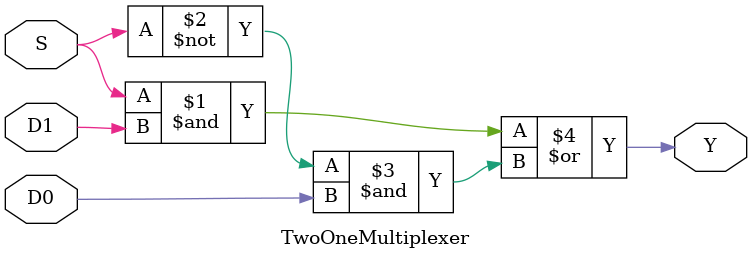
<source format=v>
`timescale 1ns / 1ps


module TwoOneMultiplexer(
    //Selection input
    input S,
    //Not using a bus for the two inputs because my final product requires me to specify inputs differently
    input D0,
    input D1,
    output Y
    );
    //A 2x1 multiplexer is just two AND gates and an OR gate (plus a NOT gate for the selection input)
    assign Y = (S&D1) | ((~S)&D0);
endmodule

</source>
